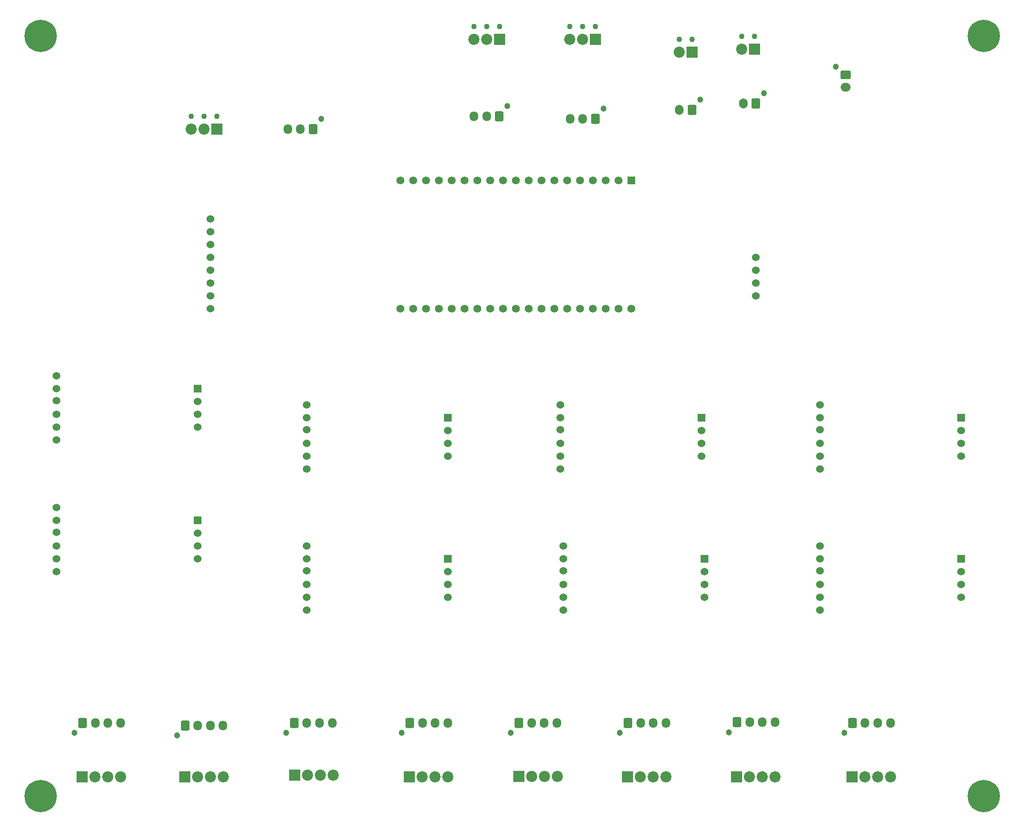
<source format=gbr>
%TF.GenerationSoftware,KiCad,Pcbnew,(6.0.1)*%
%TF.CreationDate,2022-04-06T01:57:15-07:00*%
%TF.ProjectId,EllieBoard,456c6c69-6542-46f6-9172-642e6b696361,rev?*%
%TF.SameCoordinates,Original*%
%TF.FileFunction,Soldermask,Bot*%
%TF.FilePolarity,Negative*%
%FSLAX46Y46*%
G04 Gerber Fmt 4.6, Leading zero omitted, Abs format (unit mm)*
G04 Created by KiCad (PCBNEW (6.0.1)) date 2022-04-06 01:57:15*
%MOMM*%
%LPD*%
G01*
G04 APERTURE LIST*
G04 Aperture macros list*
%AMRoundRect*
0 Rectangle with rounded corners*
0 $1 Rounding radius*
0 $2 $3 $4 $5 $6 $7 $8 $9 X,Y pos of 4 corners*
0 Add a 4 corners polygon primitive as box body*
4,1,4,$2,$3,$4,$5,$6,$7,$8,$9,$2,$3,0*
0 Add four circle primitives for the rounded corners*
1,1,$1+$1,$2,$3*
1,1,$1+$1,$4,$5*
1,1,$1+$1,$6,$7*
1,1,$1+$1,$8,$9*
0 Add four rect primitives between the rounded corners*
20,1,$1+$1,$2,$3,$4,$5,0*
20,1,$1+$1,$4,$5,$6,$7,0*
20,1,$1+$1,$6,$7,$8,$9,0*
20,1,$1+$1,$8,$9,$2,$3,0*%
G04 Aperture macros list end*
%ADD10C,1.524000*%
%ADD11R,1.524000X1.524000*%
%ADD12C,1.200000*%
%ADD13RoundRect,0.250000X0.600000X0.725000X-0.600000X0.725000X-0.600000X-0.725000X0.600000X-0.725000X0*%
%ADD14O,1.700000X1.950000*%
%ADD15RoundRect,0.250000X-0.600000X-0.725000X0.600000X-0.725000X0.600000X0.725000X-0.600000X0.725000X0*%
%ADD16R,2.200000X2.200000*%
%ADD17C,2.200000*%
%ADD18RoundRect,0.250000X-0.750000X0.600000X-0.750000X-0.600000X0.750000X-0.600000X0.750000X0.600000X0*%
%ADD19O,2.000000X1.700000*%
%ADD20R,1.560000X1.560000*%
%ADD21C,1.560000*%
%ADD22C,6.400000*%
%ADD23C,1.100000*%
%ADD24RoundRect,0.250000X0.600000X0.750000X-0.600000X0.750000X-0.600000X-0.750000X0.600000X-0.750000X0*%
%ADD25O,1.700000X2.000000*%
G04 APERTURE END LIST*
D10*
%TO.C,HX711 Breakout 6*%
X78105000Y-119380000D03*
X78105000Y-121920000D03*
X78083895Y-124289146D03*
X78105000Y-127000000D03*
X78105000Y-129540000D03*
X78105000Y-132080000D03*
D11*
X106045000Y-121920000D03*
D10*
X106045000Y-124460000D03*
X106045000Y-127000000D03*
X106045000Y-129540000D03*
%TD*%
D12*
%TO.C,Servo 1 *%
X117805000Y-32290000D03*
D13*
X116205000Y-34290000D03*
D14*
X113705000Y-34290000D03*
X111205000Y-34290000D03*
%TD*%
D12*
%TO.C,Load Cell 8*%
X184510000Y-156415000D03*
D15*
X186110000Y-154415000D03*
D14*
X188610000Y-154415000D03*
X191110000Y-154415000D03*
X193610000Y-154415000D03*
%TD*%
D16*
%TO.C,Load Cell Backup 2*%
X53970000Y-165100000D03*
D17*
X56510000Y-165100000D03*
X59050000Y-165100000D03*
X61590000Y-165100000D03*
%TD*%
D10*
%TO.C,HX711 Breakout 4*%
X179705000Y-91440000D03*
X179705000Y-93980000D03*
X179683895Y-96349146D03*
X179705000Y-99060000D03*
X179705000Y-101600000D03*
X179705000Y-104140000D03*
D11*
X207645000Y-93980000D03*
D10*
X207645000Y-96520000D03*
X207645000Y-99060000D03*
X207645000Y-101600000D03*
%TD*%
%TO.C,HX711 Breakout 1*%
X28575000Y-85725000D03*
X28575000Y-88265000D03*
X28553895Y-90634146D03*
X28575000Y-93345000D03*
X28575000Y-95885000D03*
X28575000Y-98425000D03*
D11*
X56515000Y-88265000D03*
D10*
X56515000Y-90805000D03*
X56515000Y-93345000D03*
X56515000Y-95885000D03*
%TD*%
D12*
%TO.C,Battery*%
X182785000Y-24475000D03*
D18*
X184785000Y-26075000D03*
D19*
X184785000Y-28575000D03*
%TD*%
D16*
%TO.C,Load Cell Backup 6*%
X120077983Y-165019965D03*
D17*
X122617983Y-165019965D03*
X125157983Y-165019965D03*
X127697983Y-165019965D03*
%TD*%
D12*
%TO.C,Load Cell 2*%
X52410000Y-156940000D03*
D15*
X54010000Y-154940000D03*
D14*
X56510000Y-154940000D03*
X59010000Y-154940000D03*
X61510000Y-154940000D03*
%TD*%
D20*
%TO.C,ESP32*%
X142315000Y-46990000D03*
D21*
X139775000Y-46990000D03*
X137235000Y-46990000D03*
X134695000Y-46990000D03*
X132155000Y-46990000D03*
X129615000Y-46990000D03*
X127075000Y-46990000D03*
X124535000Y-46990000D03*
X121995000Y-46990000D03*
X119455000Y-46990000D03*
X116915000Y-46990000D03*
X114375000Y-46990000D03*
X111835000Y-46990000D03*
X109295000Y-46990000D03*
X106755000Y-46990000D03*
X104215000Y-46990000D03*
X101675000Y-46990000D03*
X99135000Y-46990000D03*
X96595000Y-46990000D03*
X142315000Y-72390000D03*
X139775000Y-72390000D03*
X137235000Y-72390000D03*
X134695000Y-72390000D03*
X132155000Y-72390000D03*
X129615000Y-72390000D03*
X127075000Y-72390000D03*
X124535000Y-72390000D03*
X121995000Y-72390000D03*
X119455000Y-72390000D03*
X116915000Y-72390000D03*
X114375000Y-72390000D03*
X111835000Y-72390000D03*
X109295000Y-72390000D03*
X106755000Y-72390000D03*
X104215000Y-72390000D03*
X101675000Y-72390000D03*
X99135000Y-72390000D03*
X96595000Y-72390000D03*
%TD*%
D10*
%TO.C,HX711 Breakout 2*%
X78105000Y-91440000D03*
X78105000Y-93980000D03*
X78083895Y-96349146D03*
X78105000Y-99060000D03*
X78105000Y-101600000D03*
X78105000Y-104140000D03*
D11*
X106045000Y-93980000D03*
D10*
X106045000Y-96520000D03*
X106045000Y-99060000D03*
X106045000Y-101600000D03*
%TD*%
D12*
%TO.C,Flow Meter *%
X80935000Y-34830000D03*
D13*
X79335000Y-36830000D03*
D14*
X76835000Y-36830000D03*
X74335000Y-36830000D03*
%TD*%
D10*
%TO.C,HX711 Breakout 3*%
X128270000Y-91440000D03*
X128270000Y-93980000D03*
X128248895Y-96349146D03*
X128270000Y-99060000D03*
X128270000Y-101600000D03*
X128270000Y-104140000D03*
D11*
X156210000Y-93980000D03*
D10*
X156210000Y-96520000D03*
X156210000Y-99060000D03*
X156210000Y-101600000D03*
%TD*%
D22*
%TO.C,REF\u002A\u002A*%
X25400000Y-18415000D03*
%TD*%
D10*
%TO.C,HX711 Breakout 8*%
X179705000Y-119380000D03*
X179705000Y-121920000D03*
X179683895Y-124289146D03*
X179705000Y-127000000D03*
X179705000Y-129540000D03*
X179705000Y-132080000D03*
D11*
X207645000Y-121920000D03*
D10*
X207645000Y-124460000D03*
X207645000Y-127000000D03*
X207645000Y-129540000D03*
%TD*%
D22*
%TO.C,*%
X212090000Y-168910000D03*
%TD*%
D12*
%TO.C,Servo 2 *%
X136815000Y-32815000D03*
D13*
X135215000Y-34815000D03*
D14*
X132715000Y-34815000D03*
X130215000Y-34815000D03*
%TD*%
D12*
%TO.C,Load Cell 7*%
X161665000Y-156270536D03*
D15*
X163265000Y-154270536D03*
D14*
X165765000Y-154270536D03*
X168265000Y-154270536D03*
X170765000Y-154270536D03*
%TD*%
D16*
%TO.C,Load Cell Backup 8*%
X163185000Y-165100000D03*
D17*
X165725000Y-165100000D03*
X168265000Y-165100000D03*
X170805000Y-165100000D03*
%TD*%
D10*
%TO.C,HX711 Breakout 7*%
X128905000Y-119380000D03*
X128905000Y-121920000D03*
X128883895Y-124289146D03*
X128905000Y-127000000D03*
X128905000Y-129540000D03*
X128905000Y-132080000D03*
D11*
X156845000Y-121920000D03*
D10*
X156845000Y-124460000D03*
X156845000Y-127000000D03*
X156845000Y-129540000D03*
%TD*%
D23*
%TO.C,Igniter 1 Backup*%
X154345000Y-19050000D03*
X151805000Y-19050000D03*
D16*
X154345000Y-21590000D03*
D17*
X151805000Y-21590000D03*
%TD*%
D23*
%TO.C,Igniter 2 Backup*%
X164215000Y-18510000D03*
X166755000Y-18510000D03*
D16*
X166755000Y-21050000D03*
D17*
X164215000Y-21050000D03*
%TD*%
D12*
%TO.C,Load Cell 3*%
X74020000Y-156415000D03*
D15*
X75620000Y-154415000D03*
D14*
X78120000Y-154415000D03*
X80620000Y-154415000D03*
X83120000Y-154415000D03*
%TD*%
D16*
%TO.C,Load Cell Backup 3*%
X75665656Y-164765581D03*
D17*
X78205656Y-164765581D03*
X80745656Y-164765581D03*
X83285656Y-164765581D03*
%TD*%
D16*
%TO.C,Load Cell Backup 4*%
X98425000Y-165100000D03*
D17*
X100965000Y-165100000D03*
X103505000Y-165100000D03*
X106045000Y-165100000D03*
%TD*%
D12*
%TO.C,Igniter 2 *%
X168605000Y-29750000D03*
D24*
X167005000Y-31750000D03*
D25*
X164505000Y-31750000D03*
%TD*%
D16*
%TO.C,Load Cell Backup 9*%
X186045000Y-165100000D03*
D17*
X188585000Y-165100000D03*
X191125000Y-165100000D03*
X193665000Y-165100000D03*
%TD*%
D12*
%TO.C,Load Cell 5*%
X118475000Y-156415000D03*
D15*
X120075000Y-154415000D03*
D14*
X122575000Y-154415000D03*
X125075000Y-154415000D03*
X127575000Y-154415000D03*
%TD*%
D10*
%TO.C,Relay Board*%
X167005000Y-69850000D03*
X167005000Y-67310000D03*
X167005000Y-64770000D03*
X167005000Y-62230000D03*
%TD*%
D12*
%TO.C,Igniter 1 *%
X155945000Y-31020000D03*
D24*
X154345000Y-33020000D03*
D25*
X151845000Y-33020000D03*
%TD*%
D23*
%TO.C,Flow Meter Backup*%
X60325000Y-34290000D03*
X57785000Y-34290000D03*
X55245000Y-34290000D03*
D16*
X60325000Y-36830000D03*
D17*
X57785000Y-36830000D03*
X55245000Y-36830000D03*
%TD*%
D10*
%TO.C,HX711 Breakout 5*%
X28575000Y-111760000D03*
X28575000Y-114300000D03*
X28553895Y-116669146D03*
X28575000Y-119380000D03*
X28575000Y-121920000D03*
X28575000Y-124460000D03*
D11*
X56515000Y-114300000D03*
D10*
X56515000Y-116840000D03*
X56515000Y-119380000D03*
X56515000Y-121920000D03*
%TD*%
D23*
%TO.C,Servo 2 Backup*%
X135255000Y-16510000D03*
X132715000Y-16510000D03*
X130175000Y-16510000D03*
D16*
X135255000Y-19050000D03*
D17*
X132715000Y-19050000D03*
X130175000Y-19050000D03*
%TD*%
D22*
%TO.C,*%
X212090000Y-18415000D03*
%TD*%
D10*
%TO.C,SD Card Reader*%
X59055000Y-54610000D03*
X59055000Y-57150000D03*
X59055000Y-59690000D03*
X59055000Y-62230000D03*
X59055000Y-64770000D03*
X59055000Y-67310000D03*
X59055000Y-69850000D03*
X59055000Y-72390000D03*
%TD*%
D12*
%TO.C,Load Cell 6*%
X140070000Y-156415000D03*
D15*
X141670000Y-154415000D03*
D14*
X144170000Y-154415000D03*
X146670000Y-154415000D03*
X149170000Y-154415000D03*
%TD*%
D22*
%TO.C,*%
X25400000Y-168910000D03*
%TD*%
D16*
%TO.C,Load Cell Backup 7*%
X141605000Y-165100000D03*
D17*
X144145000Y-165100000D03*
X146685000Y-165100000D03*
X149225000Y-165100000D03*
%TD*%
D12*
%TO.C,Load Cell 1*%
X32115000Y-156415000D03*
D15*
X33715000Y-154415000D03*
D14*
X36215000Y-154415000D03*
X38715000Y-154415000D03*
X41215000Y-154415000D03*
%TD*%
D12*
%TO.C,Load Cell 4*%
X96890000Y-156415000D03*
D15*
X98490000Y-154415000D03*
D14*
X100990000Y-154415000D03*
X103490000Y-154415000D03*
X105990000Y-154415000D03*
%TD*%
D16*
%TO.C,Load Cell Backup 1*%
X33650000Y-165100000D03*
D17*
X36190000Y-165100000D03*
X38730000Y-165100000D03*
X41270000Y-165100000D03*
%TD*%
D23*
%TO.C,Servo 1 Backup*%
X113745000Y-16510000D03*
X116285000Y-16510000D03*
X111205000Y-16510000D03*
D16*
X116285000Y-19050000D03*
D17*
X113745000Y-19050000D03*
X111205000Y-19050000D03*
%TD*%
M02*

</source>
